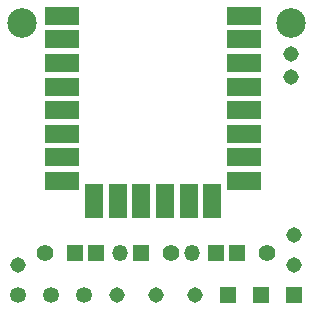
<source format=gbr>
G04 #@! TF.FileFunction,Soldermask,Top*
%FSLAX46Y46*%
G04 Gerber Fmt 4.6, Leading zero omitted, Abs format (unit mm)*
G04 Created by KiCad (PCBNEW 4.0.5+dfsg1-4) date Fri Oct 13 23:10:58 2017*
%MOMM*%
%LPD*%
G01*
G04 APERTURE LIST*
%ADD10C,0.100000*%
%ADD11R,1.314400X1.416000*%
%ADD12O,1.314400X1.416000*%
%ADD13C,1.416000*%
%ADD14R,1.416000X1.416000*%
%ADD15C,1.314400*%
%ADD16R,1.416000X1.314400*%
%ADD17O,1.416000X1.314400*%
%ADD18C,2.500000*%
%ADD19R,2.900000X1.500000*%
%ADD20R,1.500000X2.900000*%
G04 APERTURE END LIST*
D10*
D11*
X68548000Y-46228000D03*
D12*
X66548000Y-46228000D03*
D11*
X56642000Y-46228000D03*
D13*
X54102000Y-46228000D03*
D14*
X70358000Y-46228000D03*
D13*
X72898000Y-46228000D03*
D14*
X62230000Y-46228000D03*
D13*
X64770000Y-46228000D03*
D11*
X58420000Y-46228000D03*
D12*
X60420000Y-46228000D03*
D15*
X51816000Y-47244000D03*
X75184000Y-44704000D03*
X75184000Y-47244000D03*
D16*
X75184000Y-49784000D03*
X72390000Y-49784000D03*
X69596000Y-49784000D03*
D15*
X66802000Y-49784000D03*
X63500000Y-49784000D03*
X60198000Y-49784000D03*
D17*
X54610000Y-49784000D03*
X57404000Y-49784000D03*
X51816000Y-49784000D03*
D18*
X74866500Y-26733500D03*
D15*
X74930000Y-29369000D03*
X74930000Y-31369000D03*
D19*
X55540000Y-26148000D03*
X55540000Y-28148000D03*
X55540000Y-30148000D03*
X55540000Y-32148000D03*
X55540000Y-34148000D03*
X55540000Y-36148000D03*
X55540000Y-38148000D03*
X55540000Y-40148000D03*
X70940000Y-40148000D03*
X70940000Y-38148000D03*
X70940000Y-36148000D03*
X70940000Y-34148000D03*
X70940000Y-32148000D03*
X70940000Y-30148000D03*
X70940000Y-28148000D03*
X70940000Y-26148000D03*
D20*
X58230000Y-41848000D03*
X60230000Y-41848000D03*
X62230000Y-41848000D03*
X64230000Y-41848000D03*
X66230000Y-41848000D03*
X68230000Y-41848000D03*
D18*
X52133500Y-26733500D03*
M02*

</source>
